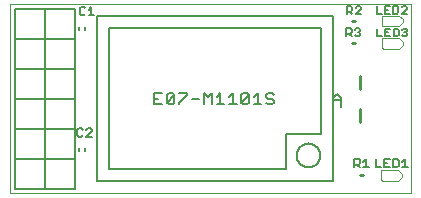
<source format=gto>
G75*
%MOIN*%
%OFA0B0*%
%FSLAX25Y25*%
%IPPOS*%
%LPD*%
%AMOC8*
5,1,8,0,0,1.08239X$1,22.5*
%
%ADD10C,0.00000*%
%ADD11C,0.00800*%
%ADD12C,0.00700*%
%ADD13C,0.00500*%
%ADD14C,0.01000*%
%ADD15C,0.00300*%
D10*
X0004900Y0004900D02*
X0004900Y0067900D01*
X0138687Y0067900D01*
X0138687Y0004900D01*
X0004900Y0004900D01*
D11*
X0006400Y0006400D02*
X0016400Y0006400D01*
X0016400Y0016400D01*
X0026400Y0016400D01*
X0026400Y0026400D01*
X0016400Y0026400D01*
X0006400Y0026400D01*
X0006400Y0036400D01*
X0016400Y0036400D01*
X0026400Y0036400D01*
X0026400Y0046400D01*
X0026400Y0056400D01*
X0016400Y0056400D01*
X0006400Y0056400D01*
X0006400Y0066400D01*
X0016400Y0066400D01*
X0016400Y0056400D01*
X0016400Y0046400D01*
X0016400Y0036400D01*
X0016400Y0026400D01*
X0016400Y0016400D01*
X0006400Y0016400D01*
X0006400Y0026400D01*
X0006400Y0016400D02*
X0006400Y0006400D01*
X0016400Y0006400D02*
X0026400Y0006400D01*
X0026400Y0016400D01*
X0027900Y0018900D02*
X0027900Y0019900D01*
X0029900Y0019900D02*
X0029900Y0018900D01*
X0026400Y0026400D02*
X0026400Y0036400D01*
X0026400Y0046400D02*
X0016400Y0046400D01*
X0006400Y0046400D01*
X0006400Y0056400D01*
X0006400Y0046400D02*
X0006400Y0036400D01*
X0026400Y0056400D02*
X0026400Y0066400D01*
X0016400Y0066400D01*
X0027900Y0060400D02*
X0027900Y0059400D01*
X0029900Y0059400D02*
X0029900Y0060400D01*
X0112498Y0036602D02*
X0112498Y0033800D01*
X0115300Y0033800D02*
X0115300Y0036602D01*
X0113899Y0038004D01*
X0112498Y0036602D01*
X0112498Y0035902D02*
X0115300Y0035902D01*
D12*
X0092860Y0035768D02*
X0092860Y0035134D01*
X0092226Y0034500D01*
X0090958Y0034500D01*
X0090324Y0035134D01*
X0088716Y0034500D02*
X0086181Y0034500D01*
X0087448Y0034500D02*
X0087448Y0038303D01*
X0086181Y0037035D01*
X0084573Y0037669D02*
X0082037Y0035134D01*
X0082671Y0034500D01*
X0083939Y0034500D01*
X0084573Y0035134D01*
X0084573Y0037669D01*
X0083939Y0038303D01*
X0082671Y0038303D01*
X0082037Y0037669D01*
X0082037Y0035134D01*
X0080429Y0034500D02*
X0077894Y0034500D01*
X0079161Y0034500D02*
X0079161Y0038303D01*
X0077894Y0037035D01*
X0075018Y0038303D02*
X0075018Y0034500D01*
X0076285Y0034500D02*
X0073750Y0034500D01*
X0072142Y0034500D02*
X0072142Y0038303D01*
X0070874Y0037035D01*
X0069606Y0038303D01*
X0069606Y0034500D01*
X0067998Y0036402D02*
X0065463Y0036402D01*
X0063855Y0037669D02*
X0063855Y0038303D01*
X0061319Y0038303D01*
X0059711Y0037669D02*
X0057176Y0035134D01*
X0057810Y0034500D01*
X0059077Y0034500D01*
X0059711Y0035134D01*
X0059711Y0037669D01*
X0059077Y0038303D01*
X0057810Y0038303D01*
X0057176Y0037669D01*
X0057176Y0035134D01*
X0055568Y0034500D02*
X0053032Y0034500D01*
X0053032Y0038303D01*
X0055568Y0038303D01*
X0054300Y0036402D02*
X0053032Y0036402D01*
X0061319Y0035134D02*
X0061319Y0034500D01*
X0061319Y0035134D02*
X0063855Y0037669D01*
X0073750Y0037035D02*
X0075018Y0038303D01*
X0090324Y0037669D02*
X0090324Y0037035D01*
X0090958Y0036402D01*
X0092226Y0036402D01*
X0092860Y0035768D01*
X0092860Y0037669D02*
X0092226Y0038303D01*
X0090958Y0038303D01*
X0090324Y0037669D01*
D13*
X0096892Y0024648D02*
X0096892Y0012837D01*
X0037837Y0012837D01*
X0037837Y0060081D01*
X0108703Y0060081D01*
X0108703Y0024648D01*
X0096892Y0024648D01*
X0100435Y0017561D02*
X0100437Y0017686D01*
X0100443Y0017811D01*
X0100453Y0017935D01*
X0100467Y0018059D01*
X0100484Y0018183D01*
X0100506Y0018306D01*
X0100532Y0018428D01*
X0100561Y0018550D01*
X0100594Y0018670D01*
X0100632Y0018789D01*
X0100672Y0018908D01*
X0100717Y0019024D01*
X0100765Y0019139D01*
X0100817Y0019253D01*
X0100873Y0019365D01*
X0100932Y0019475D01*
X0100994Y0019583D01*
X0101060Y0019690D01*
X0101129Y0019794D01*
X0101202Y0019895D01*
X0101277Y0019995D01*
X0101356Y0020092D01*
X0101438Y0020186D01*
X0101523Y0020278D01*
X0101610Y0020367D01*
X0101701Y0020453D01*
X0101794Y0020536D01*
X0101890Y0020617D01*
X0101988Y0020694D01*
X0102088Y0020768D01*
X0102191Y0020839D01*
X0102296Y0020906D01*
X0102404Y0020971D01*
X0102513Y0021031D01*
X0102624Y0021089D01*
X0102737Y0021142D01*
X0102851Y0021192D01*
X0102967Y0021239D01*
X0103084Y0021281D01*
X0103203Y0021320D01*
X0103323Y0021356D01*
X0103444Y0021387D01*
X0103566Y0021415D01*
X0103688Y0021438D01*
X0103812Y0021458D01*
X0103936Y0021474D01*
X0104060Y0021486D01*
X0104185Y0021494D01*
X0104310Y0021498D01*
X0104434Y0021498D01*
X0104559Y0021494D01*
X0104684Y0021486D01*
X0104808Y0021474D01*
X0104932Y0021458D01*
X0105056Y0021438D01*
X0105178Y0021415D01*
X0105300Y0021387D01*
X0105421Y0021356D01*
X0105541Y0021320D01*
X0105660Y0021281D01*
X0105777Y0021239D01*
X0105893Y0021192D01*
X0106007Y0021142D01*
X0106120Y0021089D01*
X0106231Y0021031D01*
X0106341Y0020971D01*
X0106448Y0020906D01*
X0106553Y0020839D01*
X0106656Y0020768D01*
X0106756Y0020694D01*
X0106854Y0020617D01*
X0106950Y0020536D01*
X0107043Y0020453D01*
X0107134Y0020367D01*
X0107221Y0020278D01*
X0107306Y0020186D01*
X0107388Y0020092D01*
X0107467Y0019995D01*
X0107542Y0019895D01*
X0107615Y0019794D01*
X0107684Y0019690D01*
X0107750Y0019583D01*
X0107812Y0019475D01*
X0107871Y0019365D01*
X0107927Y0019253D01*
X0107979Y0019139D01*
X0108027Y0019024D01*
X0108072Y0018908D01*
X0108112Y0018789D01*
X0108150Y0018670D01*
X0108183Y0018550D01*
X0108212Y0018428D01*
X0108238Y0018306D01*
X0108260Y0018183D01*
X0108277Y0018059D01*
X0108291Y0017935D01*
X0108301Y0017811D01*
X0108307Y0017686D01*
X0108309Y0017561D01*
X0108307Y0017436D01*
X0108301Y0017311D01*
X0108291Y0017187D01*
X0108277Y0017063D01*
X0108260Y0016939D01*
X0108238Y0016816D01*
X0108212Y0016694D01*
X0108183Y0016572D01*
X0108150Y0016452D01*
X0108112Y0016333D01*
X0108072Y0016214D01*
X0108027Y0016098D01*
X0107979Y0015983D01*
X0107927Y0015869D01*
X0107871Y0015757D01*
X0107812Y0015647D01*
X0107750Y0015539D01*
X0107684Y0015432D01*
X0107615Y0015328D01*
X0107542Y0015227D01*
X0107467Y0015127D01*
X0107388Y0015030D01*
X0107306Y0014936D01*
X0107221Y0014844D01*
X0107134Y0014755D01*
X0107043Y0014669D01*
X0106950Y0014586D01*
X0106854Y0014505D01*
X0106756Y0014428D01*
X0106656Y0014354D01*
X0106553Y0014283D01*
X0106448Y0014216D01*
X0106340Y0014151D01*
X0106231Y0014091D01*
X0106120Y0014033D01*
X0106007Y0013980D01*
X0105893Y0013930D01*
X0105777Y0013883D01*
X0105660Y0013841D01*
X0105541Y0013802D01*
X0105421Y0013766D01*
X0105300Y0013735D01*
X0105178Y0013707D01*
X0105056Y0013684D01*
X0104932Y0013664D01*
X0104808Y0013648D01*
X0104684Y0013636D01*
X0104559Y0013628D01*
X0104434Y0013624D01*
X0104310Y0013624D01*
X0104185Y0013628D01*
X0104060Y0013636D01*
X0103936Y0013648D01*
X0103812Y0013664D01*
X0103688Y0013684D01*
X0103566Y0013707D01*
X0103444Y0013735D01*
X0103323Y0013766D01*
X0103203Y0013802D01*
X0103084Y0013841D01*
X0102967Y0013883D01*
X0102851Y0013930D01*
X0102737Y0013980D01*
X0102624Y0014033D01*
X0102513Y0014091D01*
X0102403Y0014151D01*
X0102296Y0014216D01*
X0102191Y0014283D01*
X0102088Y0014354D01*
X0101988Y0014428D01*
X0101890Y0014505D01*
X0101794Y0014586D01*
X0101701Y0014669D01*
X0101610Y0014755D01*
X0101523Y0014844D01*
X0101438Y0014936D01*
X0101356Y0015030D01*
X0101277Y0015127D01*
X0101202Y0015227D01*
X0101129Y0015328D01*
X0101060Y0015432D01*
X0100994Y0015539D01*
X0100932Y0015647D01*
X0100873Y0015757D01*
X0100817Y0015869D01*
X0100765Y0015983D01*
X0100717Y0016098D01*
X0100672Y0016214D01*
X0100632Y0016333D01*
X0100594Y0016452D01*
X0100561Y0016572D01*
X0100532Y0016694D01*
X0100506Y0016816D01*
X0100484Y0016939D01*
X0100467Y0017063D01*
X0100453Y0017187D01*
X0100443Y0017311D01*
X0100437Y0017436D01*
X0100435Y0017561D01*
X0112640Y0008900D02*
X0112640Y0064018D01*
X0033900Y0064018D01*
X0033900Y0008900D01*
X0112640Y0008900D01*
X0119703Y0013575D02*
X0119703Y0016277D01*
X0121055Y0016277D01*
X0121505Y0015827D01*
X0121505Y0014926D01*
X0121055Y0014476D01*
X0119703Y0014476D01*
X0120604Y0014476D02*
X0121505Y0013575D01*
X0122650Y0013575D02*
X0124452Y0013575D01*
X0123551Y0013575D02*
X0123551Y0016277D01*
X0122650Y0015377D01*
X0126757Y0016252D02*
X0126757Y0013550D01*
X0128559Y0013550D01*
X0129703Y0013550D02*
X0131505Y0013550D01*
X0132650Y0013550D02*
X0134001Y0013550D01*
X0134452Y0014000D01*
X0134452Y0015802D01*
X0134001Y0016252D01*
X0132650Y0016252D01*
X0132650Y0013550D01*
X0130604Y0014901D02*
X0129703Y0014901D01*
X0129703Y0016252D02*
X0129703Y0013550D01*
X0129703Y0016252D02*
X0131505Y0016252D01*
X0135597Y0015352D02*
X0136497Y0016252D01*
X0136497Y0013550D01*
X0135597Y0013550D02*
X0137398Y0013550D01*
X0136788Y0057275D02*
X0135954Y0057275D01*
X0135537Y0057692D01*
X0134443Y0057692D02*
X0134026Y0057275D01*
X0132775Y0057275D01*
X0132775Y0059777D01*
X0134026Y0059777D01*
X0134443Y0059360D01*
X0134443Y0057692D01*
X0136371Y0058526D02*
X0136788Y0058526D01*
X0137205Y0058109D01*
X0137205Y0057692D01*
X0136788Y0057275D01*
X0136788Y0058526D02*
X0137205Y0058943D01*
X0137205Y0059360D01*
X0136788Y0059777D01*
X0135954Y0059777D01*
X0135537Y0059360D01*
X0131681Y0059777D02*
X0130013Y0059777D01*
X0130013Y0057275D01*
X0131681Y0057275D01*
X0130847Y0058526D02*
X0130013Y0058526D01*
X0128918Y0057275D02*
X0127250Y0057275D01*
X0127250Y0059777D01*
X0121702Y0059427D02*
X0121702Y0058977D01*
X0121251Y0058526D01*
X0121702Y0058076D01*
X0121702Y0057625D01*
X0121251Y0057175D01*
X0120350Y0057175D01*
X0119900Y0057625D01*
X0118755Y0057175D02*
X0117854Y0058076D01*
X0118305Y0058076D02*
X0116953Y0058076D01*
X0116953Y0057175D02*
X0116953Y0059877D01*
X0118305Y0059877D01*
X0118755Y0059427D01*
X0118755Y0058526D01*
X0118305Y0058076D01*
X0119900Y0059427D02*
X0120350Y0059877D01*
X0121251Y0059877D01*
X0121702Y0059427D01*
X0121251Y0058526D02*
X0120801Y0058526D01*
X0120150Y0064550D02*
X0121952Y0066352D01*
X0121952Y0066802D01*
X0121501Y0067252D01*
X0120600Y0067252D01*
X0120150Y0066802D01*
X0119005Y0066802D02*
X0119005Y0065901D01*
X0118555Y0065451D01*
X0117203Y0065451D01*
X0117203Y0064550D02*
X0117203Y0067252D01*
X0118555Y0067252D01*
X0119005Y0066802D01*
X0118104Y0065451D02*
X0119005Y0064550D01*
X0120150Y0064550D02*
X0121952Y0064550D01*
X0127125Y0064775D02*
X0127125Y0067277D01*
X0129888Y0067277D02*
X0129888Y0064775D01*
X0131556Y0064775D01*
X0132650Y0064775D02*
X0133901Y0064775D01*
X0134318Y0065192D01*
X0134318Y0066860D01*
X0133901Y0067277D01*
X0132650Y0067277D01*
X0132650Y0064775D01*
X0130722Y0066026D02*
X0129888Y0066026D01*
X0129888Y0067277D02*
X0131556Y0067277D01*
X0135412Y0066860D02*
X0135829Y0067277D01*
X0136663Y0067277D01*
X0137080Y0066860D01*
X0137080Y0066443D01*
X0135412Y0064775D01*
X0137080Y0064775D01*
X0128793Y0064775D02*
X0127125Y0064775D01*
X0032952Y0064300D02*
X0031150Y0064300D01*
X0032051Y0064300D02*
X0032051Y0067002D01*
X0031150Y0066102D01*
X0030005Y0066552D02*
X0029555Y0067002D01*
X0028654Y0067002D01*
X0028203Y0066552D01*
X0028203Y0064750D01*
X0028654Y0064300D01*
X0029555Y0064300D01*
X0030005Y0064750D01*
X0030725Y0026502D02*
X0030275Y0026052D01*
X0030725Y0026502D02*
X0031626Y0026502D01*
X0032077Y0026052D01*
X0032077Y0025602D01*
X0030275Y0023800D01*
X0032077Y0023800D01*
X0029130Y0024250D02*
X0028680Y0023800D01*
X0027779Y0023800D01*
X0027328Y0024250D01*
X0027328Y0026052D01*
X0027779Y0026502D01*
X0028680Y0026502D01*
X0029130Y0026052D01*
D14*
X0118900Y0054900D02*
X0119900Y0054900D01*
X0119900Y0062400D02*
X0118900Y0062400D01*
X0121400Y0044150D02*
X0121400Y0039650D01*
X0121400Y0033150D02*
X0121400Y0028650D01*
X0121400Y0010900D02*
X0122400Y0010900D01*
D15*
X0128400Y0009650D02*
X0128400Y0012150D01*
X0128402Y0012194D01*
X0128408Y0012237D01*
X0128417Y0012279D01*
X0128430Y0012321D01*
X0128447Y0012361D01*
X0128467Y0012400D01*
X0128490Y0012437D01*
X0128517Y0012471D01*
X0128546Y0012504D01*
X0128579Y0012533D01*
X0128613Y0012560D01*
X0128650Y0012583D01*
X0128689Y0012603D01*
X0128729Y0012620D01*
X0128771Y0012633D01*
X0128813Y0012642D01*
X0128856Y0012648D01*
X0128900Y0012650D01*
X0134150Y0012650D01*
X0135400Y0011400D01*
X0135400Y0010400D01*
X0134150Y0009150D01*
X0128900Y0009150D01*
X0128856Y0009152D01*
X0128813Y0009158D01*
X0128771Y0009167D01*
X0128729Y0009180D01*
X0128689Y0009197D01*
X0128650Y0009217D01*
X0128613Y0009240D01*
X0128579Y0009267D01*
X0128546Y0009296D01*
X0128517Y0009329D01*
X0128490Y0009363D01*
X0128467Y0009400D01*
X0128447Y0009439D01*
X0128430Y0009479D01*
X0128417Y0009521D01*
X0128408Y0009563D01*
X0128402Y0009606D01*
X0128400Y0009650D01*
X0129400Y0053150D02*
X0134650Y0053150D01*
X0135900Y0054400D01*
X0135900Y0055400D01*
X0134650Y0056650D01*
X0129400Y0056650D01*
X0129356Y0056648D01*
X0129313Y0056642D01*
X0129271Y0056633D01*
X0129229Y0056620D01*
X0129189Y0056603D01*
X0129150Y0056583D01*
X0129113Y0056560D01*
X0129079Y0056533D01*
X0129046Y0056504D01*
X0129017Y0056471D01*
X0128990Y0056437D01*
X0128967Y0056400D01*
X0128947Y0056361D01*
X0128930Y0056321D01*
X0128917Y0056279D01*
X0128908Y0056237D01*
X0128902Y0056194D01*
X0128900Y0056150D01*
X0128900Y0053650D01*
X0128902Y0053606D01*
X0128908Y0053563D01*
X0128917Y0053521D01*
X0128930Y0053479D01*
X0128947Y0053439D01*
X0128967Y0053400D01*
X0128990Y0053363D01*
X0129017Y0053329D01*
X0129046Y0053296D01*
X0129079Y0053267D01*
X0129113Y0053240D01*
X0129150Y0053217D01*
X0129189Y0053197D01*
X0129229Y0053180D01*
X0129271Y0053167D01*
X0129313Y0053158D01*
X0129356Y0053152D01*
X0129400Y0053150D01*
X0129400Y0060650D02*
X0134650Y0060650D01*
X0135900Y0061900D01*
X0135900Y0062900D01*
X0134650Y0064150D01*
X0129400Y0064150D01*
X0129356Y0064148D01*
X0129313Y0064142D01*
X0129271Y0064133D01*
X0129229Y0064120D01*
X0129189Y0064103D01*
X0129150Y0064083D01*
X0129113Y0064060D01*
X0129079Y0064033D01*
X0129046Y0064004D01*
X0129017Y0063971D01*
X0128990Y0063937D01*
X0128967Y0063900D01*
X0128947Y0063861D01*
X0128930Y0063821D01*
X0128917Y0063779D01*
X0128908Y0063737D01*
X0128902Y0063694D01*
X0128900Y0063650D01*
X0128900Y0061150D01*
X0128902Y0061106D01*
X0128908Y0061063D01*
X0128917Y0061021D01*
X0128930Y0060979D01*
X0128947Y0060939D01*
X0128967Y0060900D01*
X0128990Y0060863D01*
X0129017Y0060829D01*
X0129046Y0060796D01*
X0129079Y0060767D01*
X0129113Y0060740D01*
X0129150Y0060717D01*
X0129189Y0060697D01*
X0129229Y0060680D01*
X0129271Y0060667D01*
X0129313Y0060658D01*
X0129356Y0060652D01*
X0129400Y0060650D01*
M02*

</source>
